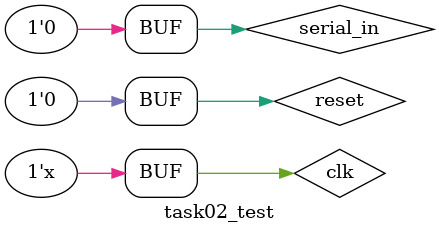
<source format=v>
`timescale 1ns / 1ps
module task02_test;

	// Inputs
	reg serial_in;
	reg clk;
	reg reset;

	// Outputs
	wire serial_out;

	// Instantiate the Unit Under Test (UUT)
	task02 uut (
		.serial_out(serial_out),
		.serial_in(serial_in),
		.clk(clk),
		.reset(reset)
	);

	always begin
		#5 clk = ~clk;
	end

	initial begin
		// Initialize Inputs
		serial_in = 0;
		clk = 0;
		reset = 1;

		// Wait 100 ns for global reset to finish
		#100;

		// Add stimulus here
		#5; // Sync with clk

		#10 reset = 0;

		#10 serial_in = 1;
		#10 serial_in = 0;
		#10 serial_in = 1;
		#10 serial_in = 0;
		#10 serial_in = 1;
		#10 serial_in = 0;
		#10 serial_in = 1;
		#10 serial_in = 1;
		#10 serial_in = 0;
	end

endmodule

</source>
